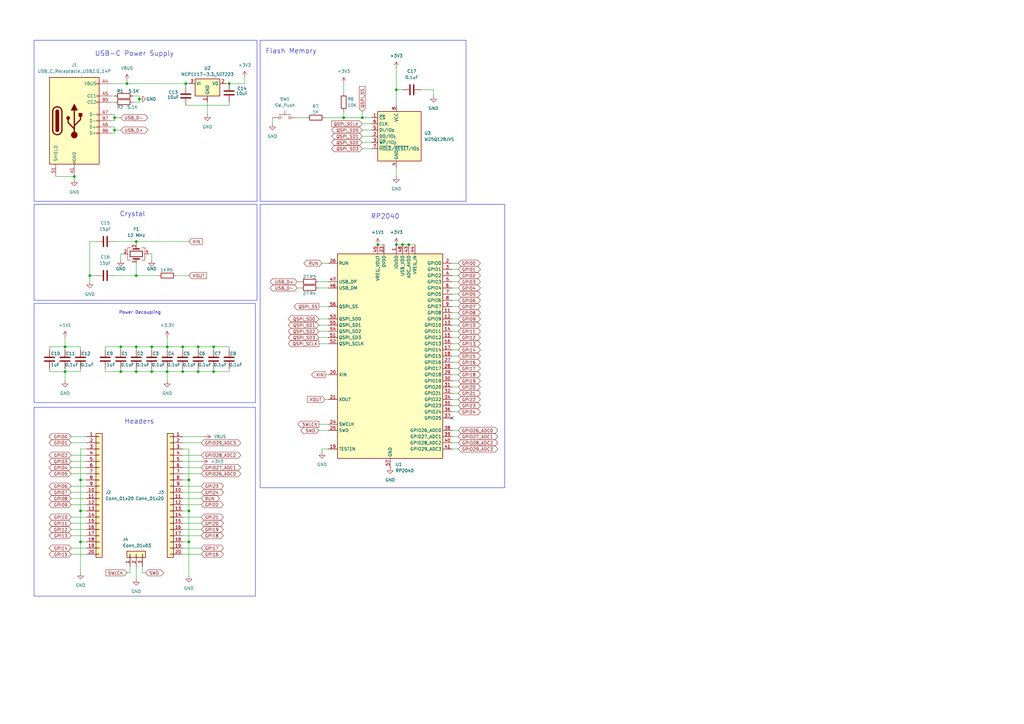
<source format=kicad_sch>
(kicad_sch (version 20250114) (generator "eeschema") (generator_version "9.0")
  (paper "A3")
  (lib_symbols
    (symbol "Connector:USB_C_Receptacle_USB2.0_14P" (pin_names (offset 1.016))
      (property "Reference" "J" (at 0 22.225 0))
      (property "Value" "USB_C_Receptacle_USB2.0_14P" (at 0 19.685 0))
      (symbol "USB_C_Receptacle_USB2.0_14P_1_1"
        (pin passive line (at -7.62 -22.86 90) (length 5.08) (name "SHIELD") (number "S1"))
        (pin passive line (at 0 -22.86 90) (length 5.08) (name "GND") (number "A1"))
        (pin passive line (at 0 -22.86 90) (length 5.08) (hide yes) (name "GND") (number "A12"))
        (pin passive line (at 0 -22.86 90) (length 5.08) (hide yes) (name "GND") (number "B1"))
        (pin passive line (at 0 -22.86 90) (length 5.08) (hide yes) (name "GND") (number "B12"))
        (pin passive line (at 15.24 15.24 180) (length 5.08) (name "VBUS") (number "A4"))
        (pin passive line (at 15.24 15.24 180) (length 5.08) (hide yes) (name "VBUS") (number "A9"))
        (pin passive line (at 15.24 15.24 180) (length 5.08) (hide yes) (name "VBUS") (number "B4"))
        (pin passive line (at 15.24 15.24 180) (length 5.08) (hide yes) (name "VBUS") (number "B9"))
        (pin bidirectional line (at 15.24 10.16 180) (length 5.08) (name "CC1") (number "A5"))
        (pin bidirectional line (at 15.24 7.62 180) (length 5.08) (name "CC2") (number "B5"))
        (pin bidirectional line (at 15.24 2.54 180) (length 5.08) (name "D-") (number "A7"))
        (pin bidirectional line (at 15.24 0 180) (length 5.08) (name "D-") (number "B7"))
        (pin bidirectional line (at 15.24 -2.54 180) (length 5.08) (name "D+") (number "A6"))
        (pin bidirectional line (at 15.24 -5.08 180) (length 5.08) (name "D+") (number "B6"))
      )
    )
    (symbol "Connector_Generic:Conn_01x03" (pin_names (offset 1.016) (hide yes))
      (property "Reference" "J" (at 0 5.08 0))
      (property "Value" "Conn_01x03" (at 0 -5.08 0))
      (symbol "Conn_01x03_1_1"
        (pin passive line (at -5.08 2.54 0) (length 3.81) (name "Pin_1") (number "1"))
        (pin passive line (at -5.08 0 0) (length 3.81) (name "Pin_2") (number "2"))
        (pin passive line (at -5.08 -2.54 0) (length 3.81) (name "Pin_3") (number "3"))
      )
    )
    (symbol "Connector_Generic:Conn_01x20" (pin_names (offset 1.016) (hide yes))
      (property "Reference" "J" (at 0 25.4 0))
      (property "Value" "Conn_01x20" (at 0 -27.94 0))
      (symbol "Conn_01x20_1_1"
        (pin passive line (at -5.08 22.86 0) (length 3.81) (name "Pin_1") (number "1"))
        (pin passive line (at -5.08 20.32 0) (length 3.81) (name "Pin_2") (number "2"))
        (pin passive line (at -5.08 17.78 0) (length 3.81) (name "Pin_3") (number "3"))
        (pin passive line (at -5.08 15.24 0) (length 3.81) (name "Pin_4") (number "4"))
        (pin passive line (at -5.08 12.7 0) (length 3.81) (name "Pin_5") (number "5"))
        (pin passive line (at -5.08 10.16 0) (length 3.81) (name "Pin_6") (number "6"))
        (pin passive line (at -5.08 7.62 0) (length 3.81) (name "Pin_7") (number "7"))
        (pin passive line (at -5.08 5.08 0) (length 3.81) (name "Pin_8") (number "8"))
        (pin passive line (at -5.08 2.54 0) (length 3.81) (name "Pin_9") (number "9"))
        (pin passive line (at -5.08 0 0) (length 3.81) (name "Pin_10") (number "10"))
        (pin passive line (at -5.08 -2.54 0) (length 3.81) (name "Pin_11") (number "11"))
        (pin passive line (at -5.08 -5.08 0) (length 3.81) (name "Pin_12") (number "12"))
        (pin passive line (at -5.08 -7.62 0) (length 3.81) (name "Pin_13") (number "13"))
        (pin passive line (at -5.08 -10.16 0) (length 3.81) (name "Pin_14") (number "14"))
        (pin passive line (at -5.08 -12.7 0) (length 3.81) (name "Pin_15") (number "15"))
        (pin passive line (at -5.08 -15.24 0) (length 3.81) (name "Pin_16") (number "16"))
        (pin passive line (at -5.08 -17.78 0) (length 3.81) (name "Pin_17") (number "17"))
        (pin passive line (at -5.08 -20.32 0) (length 3.81) (name "Pin_18") (number "18"))
        (pin passive line (at -5.08 -22.86 0) (length 3.81) (name "Pin_19") (number "19"))
        (pin passive line (at -5.08 -25.4 0) (length 3.81) (name "Pin_20") (number "20"))
      )
    )
    (symbol "Device:C" (pin_numbers (hide yes)) (pin_names (offset 0.254))
      (property "Reference" "C" (at 0.635 2.54 0))
      (property "Value" "C" (at 0.635 -2.54 0))
      (symbol "C_1_1"
        (pin passive line (at 0 3.81 270) (length 2.794) (name "~") (number "1"))
        (pin passive line (at 0 -3.81 90) (length 2.794) (name "~") (number "2"))
      )
    )
    (symbol "Device:Crystal_GND24" (pin_names (offset 1.016) (hide yes))
      (property "Reference" "Y" (at 3.175 5.08 0))
      (property "Value" "Crystal_GND24" (at 3.175 3.175 0))
      (symbol "Crystal_GND24_1_1"
        (pin passive line (at -3.81 0 0) (length 1.27) (name "1") (number "1"))
        (pin passive line (at 0 5.08 270) (length 1.27) (name "2") (number "2"))
        (pin passive line (at 0 -5.08 90) (length 1.27) (name "4") (number "4"))
        (pin passive line (at 3.81 0 180) (length 1.27) (name "3") (number "3"))
      )
    )
    (symbol "Device:R" (pin_numbers (hide yes)) (pin_names (offset 0))
      (property "Reference" "R" (at 2.032 0 90))
      (property "Value" "R" (at 0 0 90))
      (symbol "R_1_1"
        (pin passive line (at 0 3.81 270) (length 1.27) (name "~") (number "1"))
        (pin passive line (at 0 -3.81 90) (length 1.27) (name "~") (number "2"))
      )
    )
    (symbol "MCU_RaspberryPi:RP2040"
      (property "Reference" "U" (at 17.78 45.72 0))
      (property "Value" "RP2040" (at 17.78 43.18 0))
      (symbol "RP2040_1_1"
        (pin input line (at -25.4 38.1 0) (length 3.81) (name "RUN") (number "26"))
        (pin bidirectional line (at -25.4 30.48 0) (length 3.81) (name "USB_DP") (number "47"))
        (pin bidirectional line (at -25.4 27.94 0) (length 3.81) (name "USB_DM") (number "46"))
        (pin bidirectional line (at -25.4 20.32 0) (length 3.81) (name "QSPI_SS") (number "56"))
        (pin bidirectional line (at -25.4 15.24 0) (length 3.81) (name "QSPI_SD0") (number "53"))
        (pin bidirectional line (at -25.4 12.7 0) (length 3.81) (name "QSPI_SD1") (number "55"))
        (pin bidirectional line (at -25.4 10.16 0) (length 3.81) (name "QSPI_SD2") (number "54"))
        (pin bidirectional line (at -25.4 7.62 0) (length 3.81) (name "QSPI_SD3") (number "51"))
        (pin output line (at -25.4 5.08 0) (length 3.81) (name "QSPI_SCLK") (number "52"))
        (pin input line (at -25.4 -7.62 0) (length 3.81) (name "XIN") (number "20"))
        (pin passive line (at -25.4 -17.78 0) (length 3.81) (name "XOUT") (number "21"))
        (pin input line (at -25.4 -27.94 0) (length 3.81) (name "SWCLK") (number "24"))
        (pin bidirectional line (at -25.4 -30.48 0) (length 3.81) (name "SWD") (number "25"))
        (pin input line (at -25.4 -38.1 0) (length 3.81) (name "TESTEN") (number "19"))
        (pin power_out line (at -5.08 45.72 270) (length 3.81) (name "VREG_VOUT") (number "45"))
        (pin power_in line (at -2.54 45.72 270) (length 3.81) (name "DVDD") (number "23"))
        (pin passive line (at -2.54 45.72 270) (length 3.81) (hide yes) (name "DVDD") (number "50"))
        (pin power_in line (at 0 -45.72 90) (length 3.81) (name "GND") (number "57"))
        (pin power_in line (at 2.54 45.72 270) (length 3.81) (name "IOVDD") (number "1"))
        (pin passive line (at 2.54 45.72 270) (length 3.81) (hide yes) (name "IOVDD") (number "10"))
        (pin passive line (at 2.54 45.72 270) (length 3.81) (hide yes) (name "IOVDD") (number "22"))
        (pin passive line (at 2.54 45.72 270) (length 3.81) (hide yes) (name "IOVDD") (number "33"))
        (pin passive line (at 2.54 45.72 270) (length 3.81) (hide yes) (name "IOVDD") (number "42"))
        (pin passive line (at 2.54 45.72 270) (length 3.81) (hide yes) (name "IOVDD") (number "49"))
        (pin power_in line (at 5.08 45.72 270) (length 3.81) (name "USB_VDD") (number "48"))
        (pin power_in line (at 7.62 45.72 270) (length 3.81) (name "ADC_AVDD") (number "43"))
        (pin power_in line (at 10.16 45.72 270) (length 3.81) (name "VREG_IN") (number "44"))
        (pin bidirectional line (at 25.4 38.1 180) (length 3.81) (name "GPIO0") (number "2"))
        (pin bidirectional line (at 25.4 35.56 180) (length 3.81) (name "GPIO1") (number "3"))
        (pin bidirectional line (at 25.4 33.02 180) (length 3.81) (name "GPIO2") (number "4"))
        (pin bidirectional line (at 25.4 30.48 180) (length 3.81) (name "GPIO3") (number "5"))
        (pin bidirectional line (at 25.4 27.94 180) (length 3.81) (name "GPIO4") (number "6"))
        (pin bidirectional line (at 25.4 25.4 180) (length 3.81) (name "GPIO5") (number "7"))
        (pin bidirectional line (at 25.4 22.86 180) (length 3.81) (name "GPIO6") (number "8"))
        (pin bidirectional line (at 25.4 20.32 180) (length 3.81) (name "GPIO7") (number "9"))
        (pin bidirectional line (at 25.4 17.78 180) (length 3.81) (name "GPIO8") (number "11"))
        (pin bidirectional line (at 25.4 15.24 180) (length 3.81) (name "GPIO9") (number "12"))
        (pin bidirectional line (at 25.4 12.7 180) (length 3.81) (name "GPIO10") (number "13"))
        (pin bidirectional line (at 25.4 10.16 180) (length 3.81) (name "GPIO11") (number "14"))
        (pin bidirectional line (at 25.4 7.62 180) (length 3.81) (name "GPIO12") (number "15"))
        (pin bidirectional line (at 25.4 5.08 180) (length 3.81) (name "GPIO13") (number "16"))
        (pin bidirectional line (at 25.4 2.54 180) (length 3.81) (name "GPIO14") (number "17"))
        (pin bidirectional line (at 25.4 0 180) (length 3.81) (name "GPIO15") (number "18"))
        (pin bidirectional line (at 25.4 -2.54 180) (length 3.81) (name "GPIO16") (number "27"))
        (pin bidirectional line (at 25.4 -5.08 180) (length 3.81) (name "GPIO17") (number "28"))
        (pin bidirectional line (at 25.4 -7.62 180) (length 3.81) (name "GPIO18") (number "29"))
        (pin bidirectional line (at 25.4 -10.16 180) (length 3.81) (name "GPIO19") (number "30"))
        (pin bidirectional line (at 25.4 -12.7 180) (length 3.81) (name "GPIO20") (number "31"))
        (pin bidirectional line (at 25.4 -15.24 180) (length 3.81) (name "GPIO21") (number "32"))
        (pin bidirectional line (at 25.4 -17.78 180) (length 3.81) (name "GPIO22") (number "34"))
        (pin bidirectional line (at 25.4 -20.32 180) (length 3.81) (name "GPIO23") (number "35"))
        (pin bidirectional line (at 25.4 -22.86 180) (length 3.81) (name "GPIO24") (number "36"))
        (pin bidirectional line (at 25.4 -25.4 180) (length 3.81) (name "GPIO25") (number "37"))
        (pin bidirectional line (at 25.4 -30.48 180) (length 3.81) (name "GPIO26_ADC0") (number "38"))
        (pin bidirectional line (at 25.4 -33.02 180) (length 3.81) (name "GPIO27_ADC1") (number "39"))
        (pin bidirectional line (at 25.4 -35.56 180) (length 3.81) (name "GPIO28_ADC2") (number "40"))
        (pin bidirectional line (at 25.4 -38.1 180) (length 3.81) (name "GPIO29_ADC3") (number "41"))
      )
    )
    (symbol "Memory_Flash:W25Q128JVS"
      (property "Reference" "U" (at -6.35 11.43 0))
      (property "Value" "W25Q128JVS" (at 7.62 11.43 0))
      (symbol "W25Q128JVS_1_1"
        (pin input line (at -10.16 7.62 0) (length 2.54) (name "~{CS}") (number "1"))
        (pin input line (at -10.16 5.08 0) (length 2.54) (name "CLK") (number "6"))
        (pin bidirectional line (at -10.16 2.54 0) (length 2.54) (name "DI/IO_{0}") (number "5"))
        (pin bidirectional line (at -10.16 0 0) (length 2.54) (name "DO/IO_{1}") (number "2"))
        (pin bidirectional line (at -10.16 -2.54 0) (length 2.54) (name "~{WP}/IO_{2}") (number "3"))
        (pin bidirectional line (at -10.16 -5.08 0) (length 2.54) (name "~{HOLD}/~{RESET}/IO_{3}") (number "7"))
        (pin power_in line (at 0 12.7 270) (length 2.54) (name "VCC") (number "8"))
        (pin power_in line (at 0 -12.7 90) (length 2.54) (name "GND") (number "4"))
      )
    )
    (symbol "Regulator_Linear:NCP1117-3.3_SOT223"
      (property "Reference" "U" (at -3.81 3.175 0))
      (property "Value" "NCP1117-3.3_SOT223" (at 0 3.175 0))
      (symbol "NCP1117-3.3_SOT223_1_1"
        (pin power_in line (at -7.62 0 0) (length 2.54) (name "VI") (number "3"))
        (pin power_in line (at 0 -7.62 90) (length 2.54) (name "GND") (number "1"))
        (pin power_out line (at 7.62 0 180) (length 2.54) (name "VO") (number "2"))
      )
    )
    (symbol "Switch:SW_Push" (pin_numbers (hide yes)) (pin_names (offset 1.016) (hide yes))
      (property "Reference" "SW" (at 1.27 2.54 0))
      (property "Value" "SW_Push" (at 0 -1.524 0))
      (symbol "SW_Push_0_1"
        (pin passive line (at -5.08 0 0) (length 2.54) (name "1") (number "1"))
        (pin passive line (at 5.08 0 180) (length 2.54) (name "2") (number "2"))
      )
    )
    (symbol "power:+1V1" (power) (pin_numbers (hide yes)) (pin_names (offset 0) (hide yes))
      (property "Value" "+1V1" (at 0 3.556 0))
      (symbol "+1V1_1_1"
        (pin power_in line (at 0 0 90) (length 0) (name "~") (number "1"))
      )
    )
    (symbol "power:+3.3V" (power) (pin_numbers (hide yes)) (pin_names (offset 0) (hide yes))
      (property "Value" "+3.3V" (at 0 3.556 0))
      (symbol "+3.3V_1_1"
        (pin power_in line (at 0 0 90) (length 0) (name "~") (number "1"))
      )
    )
    (symbol "power:+3V3" (power) (pin_numbers (hide yes)) (pin_names (offset 0) (hide yes))
      (property "Value" "+3V3" (at 0 3.556 0))
      (symbol "+3V3_1_1"
        (pin power_in line (at 0 0 90) (length 0) (name "~") (number "1"))
      )
    )
    (symbol "power:GND" (power) (pin_numbers (hide yes)) (pin_names (offset 0) (hide yes))
      (property "Value" "GND" (at 0 -3.81 0))
      (symbol "GND_1_1"
        (pin power_in line (at 0 0 270) (length 0) (name "~") (number "1"))
      )
    )
    (symbol "power:VBUS" (power) (pin_numbers (hide yes)) (pin_names (offset 0) (hide yes))
      (property "Value" "VBUS" (at 0 3.556 0))
      (symbol "VBUS_1_1"
        (pin power_in line (at 0 0 90) (length 0) (name "~") (number "1"))
      )
    )
  )
  (rectangle (start 13.97 124.46) (end 104.775 165.1))
  (rectangle (start 13.97 167.005) (end 104.775 244.475))
  (rectangle (start 106.68 83.82) (end 207.01 200.025))
  (rectangle (start 13.97 83.82) (end 105.41 123.19))
  (rectangle (start 13.97 16.51) (end 105.41 82.55))
  (rectangle (start 106.68 16.51) (end 191.135 82.55))
  (text "Flash Memory" (at 119.38 21.082 0) (effects (font (size 2 2))))
  (text "RP2040" (at 157.988 88.9 0) (effects (font (size 2 2))))
  (text "USB-C Power Supply\n" (at 55.118 22.098 0) (effects (font (size 2 2))))
  (text "Headers" (at 57.15 172.974 0) (effects (font (size 2 2))))
  (text "Crystal" (at 54.356 87.884 0) (effects (font (size 2 2))))
  (text "Power Decoupling\n" (at 57.404 128.27 0) (effects (font (size 1.27 1.27))))
  (junction (at 57.15 40.64))
  (junction (at 55.88 99.06))
  (junction (at 55.88 142.24))
  (junction (at 162.56 36.83))
  (junction (at 46.99 53.34))
  (junction (at 55.88 113.03))
  (junction (at 68.58 142.24))
  (junction (at 49.53 142.24))
  (junction (at 87.63 152.4))
  (junction (at 77.47 222.25))
  (junction (at 33.02 222.25))
  (junction (at 76.2 34.29))
  (junction (at 81.28 142.24))
  (junction (at 46.99 48.26))
  (junction (at 81.28 152.4))
  (junction (at 165.1 100.33))
  (junction (at 93.98 34.29))
  (junction (at 26.67 152.4))
  (junction (at 162.56 100.33))
  (junction (at 74.93 142.24))
  (junction (at 33.02 196.85))
  (junction (at 148.59 48.26))
  (junction (at 62.23 142.24))
  (junction (at 33.02 209.55))
  (junction (at 77.47 209.55))
  (junction (at 154.94 100.33))
  (junction (at 167.64 100.33))
  (junction (at 52.07 34.29))
  (junction (at 26.67 142.24))
  (junction (at 62.23 152.4))
  (junction (at 36.83 113.03))
  (junction (at 77.47 196.85))
  (junction (at 68.58 152.4))
  (junction (at 140.97 48.26))
  (junction (at 30.48 72.39))
  (junction (at 87.63 142.24))
  (junction (at 55.88 152.4))
  (junction (at 49.53 152.4))
  (junction (at 74.93 152.4))
  (no_connect (at 185.42 171.45))
  (wire (pts (xy 121.92 118.11) (xy 123.19 118.11)))
  (wire (pts (xy 185.42 163.83) (xy 187.96 163.83)))
  (wire (pts (xy 26.67 152.4) (xy 26.67 156.21)))
  (wire (pts (xy 130.81 140.97) (xy 134.62 140.97)))
  (wire (pts (xy 185.42 115.57) (xy 187.96 115.57)))
  (wire (pts (xy 162.56 100.33) (xy 165.1 100.33)))
  (wire (pts (xy 77.47 196.85) (xy 77.47 209.55)))
  (wire (pts (xy 55.88 152.4) (xy 62.23 152.4)))
  (wire (pts (xy 52.07 234.95) (xy 53.34 234.95)))
  (wire (pts (xy 68.58 152.4) (xy 68.58 156.21)))
  (wire (pts (xy 185.42 176.53) (xy 187.96 176.53)))
  (wire (pts (xy 130.81 176.53) (xy 134.62 176.53)))
  (wire (pts (xy 85.09 41.91) (xy 85.09 46.99)))
  (wire (pts (xy 68.58 151.13) (xy 68.58 152.4)))
  (wire (pts (xy 26.67 138.43) (xy 26.67 142.24)))
  (wire (pts (xy 33.02 142.24) (xy 33.02 143.51)))
  (wire (pts (xy 81.28 151.13) (xy 81.28 152.4)))
  (wire (pts (xy 148.59 50.8) (xy 152.4 50.8)))
  (wire (pts (xy 29.21 189.23) (xy 35.56 189.23)))
  (wire (pts (xy 59.69 234.95) (xy 58.42 234.95)))
  (wire (pts (xy 185.42 161.29) (xy 187.96 161.29)))
  (wire (pts (xy 185.42 138.43) (xy 187.96 138.43)))
  (wire (pts (xy 49.53 152.4) (xy 55.88 152.4)))
  (wire (pts (xy 22.86 72.39) (xy 30.48 72.39)))
  (wire (pts (xy 154.94 100.33) (xy 157.48 100.33)))
  (wire (pts (xy 185.42 156.21) (xy 187.96 156.21)))
  (wire (pts (xy 74.93 142.24) (xy 74.93 143.51)))
  (wire (pts (xy 55.88 107.95) (xy 55.88 113.03)))
  (wire (pts (xy 52.07 34.29) (xy 76.2 34.29)))
  (wire (pts (xy 74.93 201.93) (xy 82.55 201.93)))
  (wire (pts (xy 93.98 41.91) (xy 93.98 43.18)))
  (wire (pts (xy 74.93 184.15) (xy 77.47 184.15)))
  (wire (pts (xy 33.02 151.13) (xy 33.02 152.4)))
  (wire (pts (xy 77.47 209.55) (xy 77.47 222.25)))
  (wire (pts (xy 29.21 186.69) (xy 35.56 186.69)))
  (wire (pts (xy 57.15 41.91) (xy 57.15 40.64)))
  (wire (pts (xy 148.59 48.26) (xy 140.97 48.26)))
  (wire (pts (xy 93.98 142.24) (xy 93.98 143.51)))
  (wire (pts (xy 148.59 48.26) (xy 152.4 48.26)))
  (wire (pts (xy 33.02 209.55) (xy 35.56 209.55)))
  (wire (pts (xy 35.56 184.15) (xy 33.02 184.15)))
  (wire (pts (xy 81.28 142.24) (xy 87.63 142.24)))
  (wire (pts (xy 50.8 104.14) (xy 49.53 104.14)))
  (wire (pts (xy 49.53 104.14) (xy 49.53 106.68)))
  (wire (pts (xy 162.56 36.83) (xy 165.1 36.83)))
  (wire (pts (xy 185.42 125.73) (xy 187.96 125.73)))
  (wire (pts (xy 81.28 152.4) (xy 87.63 152.4)))
  (wire (pts (xy 148.59 45.72) (xy 148.59 48.26)))
  (wire (pts (xy 162.56 36.83) (xy 162.56 43.18)))
  (wire (pts (xy 87.63 142.24) (xy 87.63 143.51)))
  (wire (pts (xy 26.67 142.24) (xy 26.67 143.51)))
  (wire (pts (xy 140.97 48.26) (xy 140.97 45.72)))
  (wire (pts (xy 74.93 152.4) (xy 81.28 152.4)))
  (wire (pts (xy 185.42 184.15) (xy 187.96 184.15)))
  (wire (pts (xy 185.42 158.75) (xy 187.96 158.75)))
  (wire (pts (xy 74.93 142.24) (xy 81.28 142.24)))
  (wire (pts (xy 148.59 55.88) (xy 152.4 55.88)))
  (wire (pts (xy 46.99 49.53) (xy 45.72 49.53)))
  (wire (pts (xy 92.71 34.29) (xy 93.98 34.29)))
  (wire (pts (xy 77.47 222.25) (xy 74.93 222.25)))
  (wire (pts (xy 55.88 142.24) (xy 55.88 143.51)))
  (wire (pts (xy 39.37 99.06) (xy 36.83 99.06)))
  (wire (pts (xy 140.97 34.29) (xy 140.97 38.1)))
  (wire (pts (xy 45.72 41.91) (xy 46.99 41.91)))
  (wire (pts (xy 62.23 104.14) (xy 62.23 106.68)))
  (wire (pts (xy 55.88 99.06) (xy 77.47 99.06)))
  (wire (pts (xy 74.93 191.77) (xy 82.55 191.77)))
  (wire (pts (xy 185.42 148.59) (xy 187.96 148.59)))
  (wire (pts (xy 111.76 48.26) (xy 111.76 50.8)))
  (wire (pts (xy 68.58 138.43) (xy 68.58 142.24)))
  (wire (pts (xy 46.99 99.06) (xy 55.88 99.06)))
  (wire (pts (xy 68.58 152.4) (xy 74.93 152.4)))
  (wire (pts (xy 62.23 142.24) (xy 62.23 143.51)))
  (wire (pts (xy 55.88 100.33) (xy 55.88 99.06)))
  (wire (pts (xy 20.32 152.4) (xy 26.67 152.4)))
  (wire (pts (xy 45.72 46.99) (xy 46.99 46.99)))
  (wire (pts (xy 74.93 219.71) (xy 82.55 219.71)))
  (wire (pts (xy 185.42 123.19) (xy 187.96 123.19)))
  (wire (pts (xy 185.42 135.89) (xy 187.96 135.89)))
  (wire (pts (xy 43.18 142.24) (xy 43.18 143.51)))
  (wire (pts (xy 74.93 227.33) (xy 82.55 227.33)))
  (wire (pts (xy 46.99 53.34) (xy 46.99 54.61)))
  (wire (pts (xy 87.63 142.24) (xy 93.98 142.24)))
  (wire (pts (xy 185.42 130.81) (xy 187.96 130.81)))
  (wire (pts (xy 185.42 118.11) (xy 187.96 118.11)))
  (wire (pts (xy 133.35 153.67) (xy 134.62 153.67)))
  (wire (pts (xy 36.83 113.03) (xy 36.83 115.57)))
  (wire (pts (xy 76.2 34.29) (xy 77.47 34.29)))
  (wire (pts (xy 74.93 199.39) (xy 82.55 199.39)))
  (wire (pts (xy 55.88 142.24) (xy 62.23 142.24)))
  (wire (pts (xy 76.2 43.18) (xy 93.98 43.18)))
  (wire (pts (xy 185.42 128.27) (xy 187.96 128.27)))
  (wire (pts (xy 74.93 179.07) (xy 83.82 179.07)))
  (wire (pts (xy 49.53 142.24) (xy 49.53 143.51)))
  (wire (pts (xy 185.42 151.13) (xy 187.96 151.13)))
  (wire (pts (xy 185.42 143.51) (xy 187.96 143.51)))
  (wire (pts (xy 29.21 181.61) (xy 35.56 181.61)))
  (wire (pts (xy 133.35 163.83) (xy 134.62 163.83)))
  (wire (pts (xy 148.59 60.96) (xy 152.4 60.96)))
  (wire (pts (xy 29.21 204.47) (xy 35.56 204.47)))
  (wire (pts (xy 53.34 234.95) (xy 53.34 232.41)))
  (wire (pts (xy 162.56 27.94) (xy 162.56 36.83)))
  (wire (pts (xy 26.67 152.4) (xy 33.02 152.4)))
  (wire (pts (xy 49.53 142.24) (xy 55.88 142.24)))
  (wire (pts (xy 46.99 52.07) (xy 46.99 53.34)))
  (wire (pts (xy 43.18 152.4) (xy 49.53 152.4)))
  (wire (pts (xy 29.21 217.17) (xy 35.56 217.17)))
  (wire (pts (xy 26.67 151.13) (xy 26.67 152.4)))
  (wire (pts (xy 54.61 39.37) (xy 57.15 39.37)))
  (wire (pts (xy 172.72 36.83) (xy 177.8 36.83)))
  (wire (pts (xy 77.47 236.22) (xy 77.47 222.25)))
  (wire (pts (xy 33.02 196.85) (xy 35.56 196.85)))
  (wire (pts (xy 100.33 34.29) (xy 100.33 31.75)))
  (wire (pts (xy 77.47 184.15) (xy 77.47 196.85)))
  (wire (pts (xy 29.21 214.63) (xy 35.56 214.63)))
  (wire (pts (xy 36.83 99.06) (xy 36.83 113.03)))
  (wire (pts (xy 46.99 113.03) (xy 55.88 113.03)))
  (wire (pts (xy 185.42 181.61) (xy 187.96 181.61)))
  (wire (pts (xy 74.93 151.13) (xy 74.93 152.4)))
  (wire (pts (xy 74.93 204.47) (xy 82.55 204.47)))
  (wire (pts (xy 62.23 151.13) (xy 62.23 152.4)))
  (wire (pts (xy 133.35 48.26) (xy 140.97 48.26)))
  (wire (pts (xy 148.59 58.42) (xy 152.4 58.42)))
  (wire (pts (xy 20.32 152.4) (xy 20.32 151.13)))
  (wire (pts (xy 43.18 151.13) (xy 43.18 152.4)))
  (wire (pts (xy 81.28 142.24) (xy 81.28 143.51)))
  (wire (pts (xy 72.39 113.03) (xy 77.47 113.03)))
  (wire (pts (xy 45.72 52.07) (xy 46.99 52.07)))
  (wire (pts (xy 29.21 191.77) (xy 35.56 191.77)))
  (wire (pts (xy 20.32 143.51) (xy 20.32 142.24)))
  (wire (pts (xy 74.93 212.09) (xy 82.55 212.09)))
  (wire (pts (xy 121.92 48.26) (xy 125.73 48.26)))
  (wire (pts (xy 43.18 142.24) (xy 49.53 142.24)))
  (wire (pts (xy 130.81 125.73) (xy 134.62 125.73)))
  (wire (pts (xy 29.21 179.07) (xy 35.56 179.07)))
  (wire (pts (xy 45.72 34.29) (xy 52.07 34.29)))
  (wire (pts (xy 46.99 53.34) (xy 49.53 53.34)))
  (wire (pts (xy 185.42 113.03) (xy 187.96 113.03)))
  (wire (pts (xy 167.64 100.33) (xy 170.18 100.33)))
  (wire (pts (xy 74.93 214.63) (xy 82.55 214.63)))
  (wire (pts (xy 130.81 173.99) (xy 134.62 173.99)))
  (wire (pts (xy 68.58 142.24) (xy 74.93 142.24)))
  (wire (pts (xy 185.42 140.97) (xy 187.96 140.97)))
  (wire (pts (xy 74.93 194.31) (xy 82.55 194.31)))
  (wire (pts (xy 130.81 133.35) (xy 134.62 133.35)))
  (wire (pts (xy 55.88 113.03) (xy 64.77 113.03)))
  (wire (pts (xy 185.42 168.91) (xy 187.96 168.91)))
  (wire (pts (xy 55.88 232.41) (xy 55.88 237.49)))
  (wire (pts (xy 148.59 53.34) (xy 152.4 53.34)))
  (wire (pts (xy 29.21 224.79) (xy 35.56 224.79)))
  (wire (pts (xy 74.93 224.79) (xy 82.55 224.79)))
  (wire (pts (xy 130.81 118.11) (xy 134.62 118.11)))
  (wire (pts (xy 62.23 152.4) (xy 68.58 152.4)))
  (wire (pts (xy 177.8 36.83) (xy 177.8 39.37)))
  (wire (pts (xy 74.93 186.69) (xy 82.55 186.69)))
  (wire (pts (xy 165.1 100.33) (xy 167.64 100.33)))
  (wire (pts (xy 74.93 217.17) (xy 82.55 217.17)))
  (wire (pts (xy 33.02 209.55) (xy 33.02 222.25)))
  (wire (pts (xy 36.83 113.03) (xy 39.37 113.03)))
  (wire (pts (xy 87.63 151.13) (xy 87.63 152.4)))
  (wire (pts (xy 45.72 39.37) (xy 46.99 39.37)))
  (wire (pts (xy 26.67 142.24) (xy 33.02 142.24)))
  (wire (pts (xy 130.81 138.43) (xy 134.62 138.43)))
  (wire (pts (xy 130.81 130.81) (xy 134.62 130.81)))
  (wire (pts (xy 132.08 184.15) (xy 132.08 185.42)))
  (wire (pts (xy 29.21 199.39) (xy 35.56 199.39)))
  (wire (pts (xy 74.93 189.23) (xy 82.55 189.23)))
  (wire (pts (xy 29.21 227.33) (xy 35.56 227.33)))
  (wire (pts (xy 29.21 212.09) (xy 35.56 212.09)))
  (wire (pts (xy 33.02 196.85) (xy 33.02 209.55)))
  (wire (pts (xy 130.81 115.57) (xy 134.62 115.57)))
  (wire (pts (xy 185.42 110.49) (xy 187.96 110.49)))
  (wire (pts (xy 46.99 54.61) (xy 45.72 54.61)))
  (wire (pts (xy 121.92 115.57) (xy 123.19 115.57)))
  (wire (pts (xy 93.98 34.29) (xy 100.33 34.29)))
  (wire (pts (xy 49.53 151.13) (xy 49.53 152.4)))
  (wire (pts (xy 185.42 153.67) (xy 187.96 153.67)))
  (wire (pts (xy 62.23 142.24) (xy 68.58 142.24)))
  (wire (pts (xy 93.98 151.13) (xy 93.98 152.4)))
  (wire (pts (xy 185.42 146.05) (xy 187.96 146.05)))
  (wire (pts (xy 134.62 184.15) (xy 132.08 184.15)))
  (wire (pts (xy 74.93 181.61) (xy 82.55 181.61)))
  (wire (pts (xy 74.93 209.55) (xy 77.47 209.55)))
  (wire (pts (xy 76.2 34.29) (xy 76.2 35.56)))
  (wire (pts (xy 46.99 48.26) (xy 49.53 48.26)))
  (wire (pts (xy 185.42 133.35) (xy 187.96 133.35)))
  (wire (pts (xy 52.07 33.02) (xy 52.07 34.29)))
  (wire (pts (xy 33.02 184.15) (xy 33.02 196.85)))
  (wire (pts (xy 46.99 46.99) (xy 46.99 48.26)))
  (wire (pts (xy 54.61 41.91) (xy 57.15 41.91)))
  (wire (pts (xy 185.42 120.65) (xy 187.96 120.65)))
  (wire (pts (xy 68.58 142.24) (xy 68.58 143.51)))
  (wire (pts (xy 130.81 135.89) (xy 134.62 135.89)))
  (wire (pts (xy 87.63 152.4) (xy 93.98 152.4)))
  (wire (pts (xy 185.42 179.07) (xy 187.96 179.07)))
  (wire (pts (xy 58.42 234.95) (xy 58.42 232.41)))
  (wire (pts (xy 46.99 48.26) (xy 46.99 49.53)))
  (wire (pts (xy 185.42 166.37) (xy 187.96 166.37)))
  (wire (pts (xy 57.15 40.64) (xy 57.15 39.37)))
  (wire (pts (xy 29.21 194.31) (xy 35.56 194.31)))
  (wire (pts (xy 33.02 222.25) (xy 33.02 234.95)))
  (wire (pts (xy 74.93 196.85) (xy 77.47 196.85)))
  (wire (pts (xy 33.02 222.25) (xy 35.56 222.25)))
  (wire (pts (xy 29.21 207.01) (xy 35.56 207.01)))
  (wire (pts (xy 162.56 68.58) (xy 162.56 72.39)))
  (wire (pts (xy 29.21 201.93) (xy 35.56 201.93)))
  (wire (pts (xy 74.93 207.01) (xy 82.55 207.01)))
  (wire (pts (xy 20.32 142.24) (xy 26.67 142.24)))
  (wire (pts (xy 185.42 107.95) (xy 187.96 107.95)))
  (wire (pts (xy 30.48 72.39) (xy 30.48 73.66)))
  (wire (pts (xy 132.08 107.95) (xy 134.62 107.95)))
  (wire (pts (xy 29.21 219.71) (xy 35.56 219.71)))
  (wire (pts (xy 55.88 151.13) (xy 55.88 152.4)))
  (wire (pts (xy 60.96 104.14) (xy 62.23 104.14)))
  (global_label "GPIO27_ADC1" (shape bidirectional) (at 187.96 179.07 0) (property "Intersheetrefs" "${INTERSHEET_REFS}" (effects (hide yes))))
  (global_label "QSPI_SD2" (shape bidirectional) (at 130.81 135.89 180) (property "Intersheetrefs" "${INTERSHEET_REFS}" (effects (hide yes))))
  (global_label "RUN" (shape bidirectional) (at 132.08 107.95 180) (property "Intersheetrefs" "${INTERSHEET_REFS}" (effects (hide yes))))
  (global_label "GPI17" (shape bidirectional) (at 82.55 224.79 0) (property "Intersheetrefs" "${INTERSHEET_REFS}" (effects (hide yes))))
  (global_label "GPI02" (shape bidirectional) (at 187.96 113.03 0) (property "Intersheetrefs" "${INTERSHEET_REFS}" (effects (hide yes))))
  (global_label "GPI16" (shape bidirectional) (at 187.96 148.59 0) (property "Intersheetrefs" "${INTERSHEET_REFS}" (effects (hide yes))))
  (global_label "GPI22" (shape bidirectional) (at 82.55 207.01 0) (property "Intersheetrefs" "${INTERSHEET_REFS}" (effects (hide yes))))
  (global_label "GPI10" (shape bidirectional) (at 29.21 212.09 180) (property "Intersheetrefs" "${INTERSHEET_REFS}" (effects (hide yes))))
  (global_label "GPI05" (shape bidirectional) (at 187.96 120.65 0) (property "Intersheetrefs" "${INTERSHEET_REFS}" (effects (hide yes))))
  (global_label "GPI21" (shape bidirectional) (at 82.55 212.09 0) (property "Intersheetrefs" "${INTERSHEET_REFS}" (effects (hide yes))))
  (global_label "GPI13" (shape bidirectional) (at 29.21 219.71 180) (property "Intersheetrefs" "${INTERSHEET_REFS}" (effects (hide yes))))
  (global_label "GPI24" (shape bidirectional) (at 82.55 201.93 0) (property "Intersheetrefs" "${INTERSHEET_REFS}" (effects (hide yes))))
  (global_label "USB_D-" (shape bidirectional) (at 49.53 48.26 0) (property "Intersheetrefs" "${INTERSHEET_REFS}" (effects (hide yes))))
  (global_label "GPI19" (shape bidirectional) (at 82.55 217.17 0) (property "Intersheetrefs" "${INTERSHEET_REFS}" (effects (hide yes))))
  (global_label "GPI23" (shape bidirectional) (at 82.55 199.39 0) (property "Intersheetrefs" "${INTERSHEET_REFS}" (effects (hide yes))))
  (global_label "GPI21" (shape bidirectional) (at 187.96 161.29 0) (property "Intersheetrefs" "${INTERSHEET_REFS}" (effects (hide yes))))
  (global_label "QSPI_SS" (shape output) (at 130.81 125.73 180) (property "Intersheetrefs" "${INTERSHEET_REFS}" (effects (hide yes))))
  (global_label "GPI04" (shape bidirectional) (at 29.21 191.77 180) (property "Intersheetrefs" "${INTERSHEET_REFS}" (effects (hide yes))))
  (global_label "GPI08" (shape bidirectional) (at 187.96 128.27 0) (property "Intersheetrefs" "${INTERSHEET_REFS}" (effects (hide yes))))
  (global_label "SWLCK" (shape output) (at 130.81 173.99 180) (property "Intersheetrefs" "${INTERSHEET_REFS}" (effects (hide yes))))
  (global_label "GPI17" (shape bidirectional) (at 187.96 151.13 0) (property "Intersheetrefs" "${INTERSHEET_REFS}" (effects (hide yes))))
  (global_label "XOUT" (shape input) (at 77.47 113.03 0) (property "Intersheetrefs" "${INTERSHEET_REFS}" (effects (hide yes))))
  (global_label "SWD" (shape bidirectional) (at 130.81 176.53 180) (property "Intersheetrefs" "${INTERSHEET_REFS}" (effects (hide yes))))
  (global_label "XOUT" (shape input) (at 133.35 163.83 180) (property "Intersheetrefs" "${INTERSHEET_REFS}" (effects (hide yes))))
  (global_label "GPI15" (shape bidirectional) (at 29.21 227.33 180) (property "Intersheetrefs" "${INTERSHEET_REFS}" (effects (hide yes))))
  (global_label "QSPI_SD0" (shape bidirectional) (at 148.59 53.34 180) (property "Intersheetrefs" "${INTERSHEET_REFS}" (effects (hide yes))))
  (global_label "QSPI_SD0" (shape bidirectional) (at 130.81 130.81 180) (property "Intersheetrefs" "${INTERSHEET_REFS}" (effects (hide yes))))
  (global_label "GPI01" (shape bidirectional) (at 29.21 181.61 180) (property "Intersheetrefs" "${INTERSHEET_REFS}" (effects (hide yes))))
  (global_label "QSPI_SCLK" (shape input) (at 148.59 50.8 180) (property "Intersheetrefs" "${INTERSHEET_REFS}" (effects (hide yes))))
  (global_label "GPI05" (shape bidirectional) (at 29.21 194.31 180) (property "Intersheetrefs" "${INTERSHEET_REFS}" (effects (hide yes))))
  (global_label "QSPI_SD3" (shape bidirectional) (at 130.81 138.43 180) (property "Intersheetrefs" "${INTERSHEET_REFS}" (effects (hide yes))))
  (global_label "SWD" (shape bidirectional) (at 59.69 234.95 0) (property "Intersheetrefs" "${INTERSHEET_REFS}" (effects (hide yes))))
  (global_label "RUN" (shape bidirectional) (at 82.55 204.47 0) (property "Intersheetrefs" "${INTERSHEET_REFS}" (effects (hide yes))))
  (global_label "QSPI_SCLK" (shape output) (at 130.81 140.97 180) (property "Intersheetrefs" "${INTERSHEET_REFS}" (effects (hide yes))))
  (global_label "USB_D+" (shape bidirectional) (at 121.92 115.57 180) (property "Intersheetrefs" "${INTERSHEET_REFS}" (effects (hide yes))))
  (global_label "GPI23" (shape bidirectional) (at 187.96 166.37 0) (property "Intersheetrefs" "${INTERSHEET_REFS}" (effects (hide yes))))
  (global_label "GPI15" (shape bidirectional) (at 187.96 146.05 0) (property "Intersheetrefs" "${INTERSHEET_REFS}" (effects (hide yes))))
  (global_label "GPI14" (shape bidirectional) (at 29.21 224.79 180) (property "Intersheetrefs" "${INTERSHEET_REFS}" (effects (hide yes))))
  (global_label "GPI18" (shape bidirectional) (at 82.55 219.71 0) (property "Intersheetrefs" "${INTERSHEET_REFS}" (effects (hide yes))))
  (global_label "GPI03" (shape bidirectional) (at 29.21 189.23 180) (property "Intersheetrefs" "${INTERSHEET_REFS}" (effects (hide yes))))
  (global_label "GPI01" (shape bidirectional) (at 187.96 110.49 0) (property "Intersheetrefs" "${INTERSHEET_REFS}" (effects (hide yes))))
  (global_label "GPI03" (shape bidirectional) (at 187.96 115.57 0) (property "Intersheetrefs" "${INTERSHEET_REFS}" (effects (hide yes))))
  (global_label "GPI16" (shape bidirectional) (at 82.55 227.33 0) (property "Intersheetrefs" "${INTERSHEET_REFS}" (effects (hide yes))))
  (global_label "GPI06" (shape bidirectional) (at 29.21 199.39 180) (property "Intersheetrefs" "${INTERSHEET_REFS}" (effects (hide yes))))
  (global_label "GPI24" (shape bidirectional) (at 187.96 168.91 0) (property "Intersheetrefs" "${INTERSHEET_REFS}" (effects (hide yes))))
  (global_label "GPIO27_ADC1" (shape bidirectional) (at 82.55 191.77 0) (property "Intersheetrefs" "${INTERSHEET_REFS}" (effects (hide yes))))
  (global_label "GPI22" (shape bidirectional) (at 187.96 163.83 0) (property "Intersheetrefs" "${INTERSHEET_REFS}" (effects (hide yes))))
  (global_label "GPI09" (shape bidirectional) (at 29.21 207.01 180) (property "Intersheetrefs" "${INTERSHEET_REFS}" (effects (hide yes))))
  (global_label "QSPI_SS" (shape input) (at 148.59 45.72 90) (property "Intersheetrefs" "${INTERSHEET_REFS}" (effects (hide yes))))
  (global_label "GPI19" (shape bidirectional) (at 187.96 156.21 0) (property "Intersheetrefs" "${INTERSHEET_REFS}" (effects (hide yes))))
  (global_label "GPI20" (shape bidirectional) (at 82.55 214.63 0) (property "Intersheetrefs" "${INTERSHEET_REFS}" (effects (hide yes))))
  (global_label "GPIO28_ADC2" (shape bidirectional) (at 187.96 181.61 0) (property "Intersheetrefs" "${INTERSHEET_REFS}" (effects (hide yes))))
  (global_label "GPIO28_ADC2" (shape bidirectional) (at 82.55 186.69 0) (property "Intersheetrefs" "${INTERSHEET_REFS}" (effects (hide yes))))
  (global_label "GPI11" (shape bidirectional) (at 187.96 135.89 0) (property "Intersheetrefs" "${INTERSHEET_REFS}" (effects (hide yes))))
  (global_label "USB_D+" (shape bidirectional) (at 49.53 53.34 0) (property "Intersheetrefs" "${INTERSHEET_REFS}" (effects (hide yes))))
  (global_label "GPI18" (shape bidirectional) (at 187.96 153.67 0) (property "Intersheetrefs" "${INTERSHEET_REFS}" (effects (hide yes))))
  (global_label "XIN" (shape input) (at 77.47 99.06 0) (property "Intersheetrefs" "${INTERSHEET_REFS}" (effects (hide yes))))
  (global_label "GPI02" (shape bidirectional) (at 29.21 186.69 180) (property "Intersheetrefs" "${INTERSHEET_REFS}" (effects (hide yes))))
  (global_label "USB_D-" (shape bidirectional) (at 121.92 118.11 180) (property "Intersheetrefs" "${INTERSHEET_REFS}" (effects (hide yes))))
  (global_label "GPI10" (shape bidirectional) (at 187.96 133.35 0) (property "Intersheetrefs" "${INTERSHEET_REFS}" (effects (hide yes))))
  (global_label "QSPI_SD1" (shape bidirectional) (at 148.59 55.88 180) (property "Intersheetrefs" "${INTERSHEET_REFS}" (effects (hide yes))))
  (global_label "GPI00" (shape bidirectional) (at 29.21 179.07 180) (property "Intersheetrefs" "${INTERSHEET_REFS}" (effects (hide yes))))
  (global_label "QSPI_SD1" (shape bidirectional) (at 130.81 133.35 180) (property "Intersheetrefs" "${INTERSHEET_REFS}" (effects (hide yes))))
  (global_label "GPI08" (shape bidirectional) (at 29.21 204.47 180) (property "Intersheetrefs" "${INTERSHEET_REFS}" (effects (hide yes))))
  (global_label "XIN" (shape output) (at 133.35 153.67 180) (property "Intersheetrefs" "${INTERSHEET_REFS}" (effects (hide yes))))
  (global_label "GPI09" (shape bidirectional) (at 187.96 130.81 0) (property "Intersheetrefs" "${INTERSHEET_REFS}" (effects (hide yes))))
  (global_label "GPI20" (shape bidirectional) (at 187.96 158.75 0) (property "Intersheetrefs" "${INTERSHEET_REFS}" (effects (hide yes))))
  (global_label "GPIO26_ADC0" (shape bidirectional) (at 187.96 176.53 0) (property "Intersheetrefs" "${INTERSHEET_REFS}" (effects (hide yes))))
  (global_label "GPI06" (shape bidirectional) (at 187.96 123.19 0) (property "Intersheetrefs" "${INTERSHEET_REFS}" (effects (hide yes))))
  (global_label "GPI11" (shape bidirectional) (at 29.21 214.63 180) (property "Intersheetrefs" "${INTERSHEET_REFS}" (effects (hide yes))))
  (global_label "GPI00" (shape bidirectional) (at 187.96 107.95 0) (property "Intersheetrefs" "${INTERSHEET_REFS}" (effects (hide yes))))
  (global_label "GPI12" (shape bidirectional) (at 29.21 217.17 180) (property "Intersheetrefs" "${INTERSHEET_REFS}" (effects (hide yes))))
  (global_label "GPI04" (shape bidirectional) (at 187.96 118.11 0) (property "Intersheetrefs" "${INTERSHEET_REFS}" (effects (hide yes))))
  (global_label "GPIO26_ADC0" (shape bidirectional) (at 82.55 194.31 0) (property "Intersheetrefs" "${INTERSHEET_REFS}" (effects (hide yes))))
  (global_label "QSPI_SD3" (shape bidirectional) (at 148.59 60.96 180) (property "Intersheetrefs" "${INTERSHEET_REFS}" (effects (hide yes))))
  (global_label "GPI13" (shape bidirectional) (at 187.96 140.97 0) (property "Intersheetrefs" "${INTERSHEET_REFS}" (effects (hide yes))))
  (global_label "GPI07" (shape bidirectional) (at 187.96 125.73 0) (property "Intersheetrefs" "${INTERSHEET_REFS}" (effects (hide yes))))
  (global_label "SWLCK" (shape input) (at 52.07 234.95 180) (property "Intersheetrefs" "${INTERSHEET_REFS}" (effects (hide yes))))
  (global_label "GPIO29_ADC3" (shape bidirectional) (at 187.96 184.15 0) (property "Intersheetrefs" "${INTERSHEET_REFS}" (effects (hide yes))))
  (global_label "GPI07" (shape bidirectional) (at 29.21 201.93 180) (property "Intersheetrefs" "${INTERSHEET_REFS}" (effects (hide yes))))
  (global_label "GPI12" (shape bidirectional) (at 187.96 138.43 0) (property "Intersheetrefs" "${INTERSHEET_REFS}" (effects (hide yes))))
  (global_label "QSPI_SD2" (shape bidirectional) (at 148.59 58.42 180) (property "Intersheetrefs" "${INTERSHEET_REFS}" (effects (hide yes))))
  (global_label "GPIO29_ADC3" (shape bidirectional) (at 82.55 181.61 0) (property "Intersheetrefs" "${INTERSHEET_REFS}" (effects (hide yes))))
  (global_label "GPI14" (shape bidirectional) (at 187.96 143.51 0) (property "Intersheetrefs" "${INTERSHEET_REFS}" (effects (hide yes))))
  (symbol (lib_id "power:+3V3") (at 82.55 189.23 270) (unit 1)
    (property "Reference" "#PWR023" (effects (hide yes)))
    (property "Value" "+3V3" (at 86.36 189.2299 90) (effects (justify left)))
    (property "Description" "Power symbol creates a global label with name \"+3V3\"" (effects (hide yes)))
  )
  (symbol (lib_id "power:GND") (at 177.8 39.37 0) (unit 1)
    (property "Reference" "#PWR016" (effects (hide yes)))
    (property "Value" "GND" (at 177.8 44.45 0))
    (property "Description" "Power symbol creates a global label with name \"GND\" , ground" (effects (hide yes)))
  )
  (symbol (lib_id "Device:C") (at 74.93 147.32 0) (unit 1)
    (property "Reference" "C5" (at 75.184 145.034 0) (effects (justify left)))
    (property "Value" "0.1uF" (at 74.93 149.606 0) (effects (justify left)))
    (property "Description" "Unpolarized capacitor" (effects (hide yes)))
  )
  (symbol (lib_id "power:+1V1") (at 154.94 100.33 0) (unit 1)
    (property "Reference" "#PWR01" (effects (hide yes)))
    (property "Value" "+1V1" (at 154.94 95.25 0))
    (property "Description" "Power symbol creates a global label with name \"+1V1\"" (effects (hide yes)))
  )
  (symbol (lib_id "Regulator_Linear:NCP1117-3.3_SOT223") (at 85.09 34.29 0) (unit 1)
    (property "Reference" "U2" (at 85.09 27.94 0))
    (property "Value" "NCP1117-3.3_SOT223" (at 85.09 30.48 0))
    (property "Footprint" "Package_TO_SOT_SMD:SOT-223-3_TabPin2" (effects (hide yes)))
    (property "Datasheet" "http://www.onsemi.com/pub_link/Collateral/NCP1117-D.PDF" (effects (hide yes)))
    (property "Description" "1A Low drop-out regulator, Fixed Output 3.3V, SOT-223" (effects (hide yes)))
  )
  (symbol (lib_id "Connector_Generic:Conn_01x03") (at 55.88 227.33 90) (unit 1)
    (property "Reference" "J4" (at 50.292 221.234 90) (effects (justify right)))
    (property "Value" "Conn_01x03" (at 50.292 223.774 90) (effects (justify right)))
    (property "Description" "Generic connector, single row, 01x03, script generated (kicad-library-utils/schlib/autogen/connector/)" (effects (hide yes)))
  )
  (symbol (lib_id "power:GND") (at 55.88 237.49 0) (unit 1)
    (property "Reference" "#PWR025" (effects (hide yes)))
    (property "Value" "GND" (at 55.88 242.57 0))
    (property "Description" "Power symbol creates a global label with name \"GND\" , ground" (effects (hide yes)))
  )
  (symbol (lib_id "Device:R") (at 127 118.11 90) (unit 1)
    (property "Reference" "R4" (at 128.27 120.396 90))
    (property "Value" "27" (at 125.476 120.396 90))
    (property "Description" "Resistor" (effects (hide yes)))
  )
  (symbol (lib_id "Device:C") (at 93.98 147.32 0) (unit 1)
    (property "Reference" "C8" (at 94.234 145.034 0) (effects (justify left)))
    (property "Value" "0.1uF" (at 93.98 149.606 0) (effects (justify left)))
    (property "Description" "Unpolarized capacitor" (effects (hide yes)))
  )
  (symbol (lib_id "power:GND") (at 111.76 50.8 0) (unit 1)
    (property "Reference" "#PWR019" (effects (hide yes)))
    (property "Value" "GND" (at 111.76 55.88 0))
    (property "Description" "Power symbol creates a global label with name \"GND\" , ground" (effects (hide yes)))
  )
  (symbol (lib_id "Connector:USB_C_Receptacle_USB2.0_14P") (at 30.48 49.53 0) (unit 1)
    (property "Reference" "J1" (at 30.48 26.67 0))
    (property "Value" "USB_C_Receptacle_USB2.0_14P" (at 30.48 29.21 0))
    (property "Datasheet" "https://www.usb.org/sites/default/files/documents/usb_type-c.zip" (effects (hide yes)))
    (property "Description" "USB 2.0-only 14P Type-C Receptacle connector" (effects (hide yes)))
  )
  (symbol (lib_id "Device:R") (at 127 115.57 90) (unit 1)
    (property "Reference" "R3" (at 128.27 113.538 90))
    (property "Value" "27" (at 125.476 113.538 90))
    (property "Description" "Resistor" (effects (hide yes)))
  )
  (symbol (lib_id "Device:Crystal_GND24") (at 55.88 104.14 90) (unit 1)
    (property "Reference" "Y1" (at 55.88 93.98 90))
    (property "Value" "12 MHz" (at 55.88 96.52 90))
    (property "Description" "Four pin crystal, GND on pins 2 and 4" (effects (hide yes)))
  )
  (symbol (lib_id "power:GND") (at 85.09 46.99 0) (unit 1)
    (property "Reference" "#PWR010" (effects (hide yes)))
    (property "Value" "GND" (at 85.09 52.07 0))
    (property "Description" "Power symbol creates a global label with name \"GND\" , ground" (effects (hide yes)))
  )
  (symbol (lib_id "Memory_Flash:W25Q128JVS") (at 162.56 55.88 0) (unit 1)
    (property "Reference" "U3" (at 173.99 54.6099 0) (effects (justify left)))
    (property "Value" "W25Q128JVS" (at 173.99 57.1499 0) (effects (justify left)))
    (property "Footprint" "Package_SO:SOIC-8_5.3x5.3mm_P1.27mm" (effects (hide yes)))
    (property "Datasheet" "https://www.winbond.com/resource-files/w25q128jv_dtr%20revc%2003272018%20plus.pdf" (effects (hide yes)))
    (property "Description" "128Mbit / 16MiB Serial Flash Memory, Standard/Dual/Quad SPI, 2.7-3.6V, SOIC-8" (effects (hide yes)))
  )
  (symbol (lib_id "Device:C") (at 76.2 39.37 0) (unit 1)
    (property "Reference" "C13" (at 69.088 37.846 0) (effects (justify left)))
    (property "Value" "10uF" (at 68.58 39.878 0) (effects (justify left)))
    (property "Description" "Unpolarized capacitor" (effects (hide yes)))
  )
  (symbol (lib_id "power:+3.3V") (at 68.58 138.43 0) (unit 1)
    (property "Reference" "#PWR04" (effects (hide yes)))
    (property "Value" "+3.3V" (at 68.58 133.35 0))
    (property "Description" "Power symbol creates a global label with name \"+3.3V\"" (effects (hide yes)))
  )
  (symbol (lib_id "power:GND") (at 49.53 106.68 0) (unit 1)
    (property "Reference" "#PWR013" (effects (hide yes)))
    (property "Value" "GND" (at 49.53 110.236 0))
    (property "Description" "Power symbol creates a global label with name \"GND\" , ground" (effects (hide yes)))
  )
  (symbol (lib_id "power:+3V3") (at 162.56 27.94 0) (unit 1)
    (property "Reference" "#PWR017" (effects (hide yes)))
    (property "Value" "+3V3" (at 162.56 22.86 0))
    (property "Description" "Power symbol creates a global label with name \"+3V3\"" (effects (hide yes)))
  )
  (symbol (lib_id "power:GND") (at 160.02 191.77 0) (unit 1)
    (property "Reference" "#PWR07" (effects (hide yes)))
    (property "Value" "GND" (at 160.02 196.85 0))
    (property "Description" "Power symbol creates a global label with name \"GND\" , ground" (effects (hide yes)))
  )
  (symbol (lib_id "Device:C") (at 62.23 147.32 0) (unit 1)
    (property "Reference" "C3" (at 62.484 145.034 0) (effects (justify left)))
    (property "Value" "0.1uF" (at 62.23 149.606 0) (effects (justify left)))
    (property "Description" "Unpolarized capacitor" (effects (hide yes)))
  )
  (symbol (lib_id "power:+3V3") (at 100.33 31.75 0) (unit 1)
    (property "Reference" "#PWR012" (effects (hide yes)))
    (property "Value" "+3V3" (at 100.33 26.67 0))
    (property "Description" "Power symbol creates a global label with name \"+3V3\"" (effects (hide yes)))
  )
  (symbol (lib_id "Device:R") (at 50.8 39.37 90) (unit 1)
    (property "Reference" "R1" (at 49.276 37.338 90))
    (property "Value" "5.1K" (at 54.864 37.338 90))
    (property "Description" "Resistor" (effects (hide yes)))
  )
  (symbol (lib_id "Device:C") (at 33.02 147.32 0) (unit 1)
    (property "Reference" "C12" (at 33.274 145.034 0) (effects (justify left)))
    (property "Value" "0.1uF" (at 33.02 149.606 0) (effects (justify left)))
    (property "Description" "Unpolarized capacitor" (effects (hide yes)))
  )
  (symbol (lib_id "Device:C") (at 26.67 147.32 0) (unit 1)
    (property "Reference" "C11" (at 26.924 145.034 0) (effects (justify left)))
    (property "Value" "0.1uF" (at 26.67 149.606 0) (effects (justify left)))
    (property "Description" "Unpolarized capacitor" (effects (hide yes)))
  )
  (symbol (lib_id "power:GND") (at 36.83 115.57 0) (unit 1)
    (property "Reference" "#PWR015" (effects (hide yes)))
    (property "Value" "GND" (at 36.83 120.65 0))
    (property "Description" "Power symbol creates a global label with name \"GND\" , ground" (effects (hide yes)))
  )
  (symbol (lib_id "Connector_Generic:Conn_01x20") (at 40.64 201.93 0) (unit 1)
    (property "Reference" "J2" (at 43.18 201.9299 0) (effects (justify left)))
    (property "Value" "Conn_01x20" (at 43.18 204.4699 0) (effects (justify left)))
    (property "Description" "Generic connector, single row, 01x20, script generated (kicad-library-utils/schlib/autogen/connector/)" (effects (hide yes)))
  )
  (symbol (lib_id "Device:C") (at 93.98 38.1 0) (unit 1)
    (property "Reference" "C14" (at 97.282 36.322 0) (effects (justify left)))
    (property "Value" "10uF" (at 96.774 38.354 0) (effects (justify left)))
    (property "Description" "Unpolarized capacitor" (effects (hide yes)))
  )
  (symbol (lib_id "power:+3V3") (at 162.56 100.33 0) (unit 1)
    (property "Reference" "#PWR02" (effects (hide yes)))
    (property "Value" "+3V3" (at 162.56 95.25 0))
    (property "Description" "Power symbol creates a global label with name \"+3V3\"" (effects (hide yes)))
  )
  (symbol (lib_id "Device:C") (at 55.88 147.32 0) (unit 1)
    (property "Reference" "C2" (at 56.134 145.034 0) (effects (justify left)))
    (property "Value" "0.1uF" (at 55.88 149.606 0) (effects (justify left)))
    (property "Description" "Unpolarized capacitor" (effects (hide yes)))
  )
  (symbol (lib_id "Device:C") (at 49.53 147.32 0) (unit 1)
    (property "Reference" "C1" (at 49.784 145.034 0) (effects (justify left)))
    (property "Value" "0.1uF" (at 49.53 149.606 0) (effects (justify left)))
    (property "Description" "Unpolarized capacitor" (effects (hide yes)))
  )
  (symbol (lib_id "Connector_Generic:Conn_01x20") (at 69.85 201.93 0) (mirror y) (unit 1)
    (property "Reference" "J3" (at 67.31 201.9299 0) (effects (justify left)))
    (property "Value" "Conn_01x20" (at 67.31 204.4699 0) (effects (justify left)))
    (property "Description" "Generic connector, single row, 01x20, script generated (kicad-library-utils/schlib/autogen/connector/)" (effects (hide yes)))
  )
  (symbol (lib_id "Device:R") (at 140.97 41.91 0) (unit 1)
    (property "Reference" "R6" (at 142.494 40.64 0) (effects (justify left)))
    (property "Value" "10K" (at 142.494 43.18 0) (effects (justify left)))
    (property "Description" "Resistor" (effects (hide yes)))
  )
  (symbol (lib_id "Device:C") (at 43.18 99.06 90) (unit 1)
    (property "Reference" "C15" (at 43.18 91.44 90))
    (property "Value" "15pF" (at 43.18 93.98 90))
    (property "Description" "Unpolarized capacitor" (effects (hide yes)))
  )
  (symbol (lib_id "power:GND") (at 26.67 156.21 0) (unit 1)
    (property "Reference" "#PWR05" (effects (hide yes)))
    (property "Value" "GND" (at 26.67 161.29 0))
    (property "Description" "Power symbol creates a global label with name \"GND\" , ground" (effects (hide yes)))
  )
  (symbol (lib_id "Switch:SW_Push") (at 116.84 48.26 0) (unit 1)
    (property "Reference" "SW1" (at 116.84 40.64 0))
    (property "Value" "SW_Push" (at 116.84 43.18 0))
    (property "Description" "Push button switch, generic, two pins" (effects (hide yes)))
  )
  (symbol (lib_id "power:+1V1") (at 26.67 138.43 0) (unit 1)
    (property "Reference" "#PWR06" (effects (hide yes)))
    (property "Value" "+1V1" (at 26.67 133.35 0))
    (property "Description" "Power symbol creates a global label with name \"+1V1\"" (effects (hide yes)))
  )
  (symbol (lib_id "power:GND") (at 77.47 236.22 0) (unit 1)
    (property "Reference" "#PWR022" (effects (hide yes)))
    (property "Value" "GND" (at 77.47 241.3 0))
    (property "Description" "Power symbol creates a global label with name \"GND\" , ground" (effects (hide yes)))
  )
  (symbol (lib_id "power:VBUS") (at 52.07 33.02 0) (unit 1)
    (property "Reference" "#PWR011" (effects (hide yes)))
    (property "Value" "VBUS" (at 52.07 27.94 0))
    (property "Description" "Power symbol creates a global label with name \"VBUS\"" (effects (hide yes)))
  )
  (symbol (lib_id "Device:C") (at 43.18 147.32 0) (unit 1)
    (property "Reference" "C9" (at 43.688 145.034 0) (effects (justify left)))
    (property "Value" "1uF" (at 43.688 149.606 0) (effects (justify left)))
    (property "Description" "Unpolarized capacitor" (effects (hide yes)))
  )
  (symbol (lib_id "power:GND") (at 30.48 73.66 0) (unit 1)
    (property "Reference" "#PWR08" (effects (hide yes)))
    (property "Value" "GND" (at 30.48 78.74 0))
    (property "Description" "Power symbol creates a global label with name \"GND\" , ground" (effects (hide yes)))
  )
  (symbol (lib_id "Device:C") (at 20.32 147.32 0) (unit 1)
    (property "Reference" "C10" (at 20.828 145.034 0) (effects (justify left)))
    (property "Value" "1uF" (at 20.828 149.606 0) (effects (justify left)))
    (property "Description" "Unpolarized capacitor" (effects (hide yes)))
  )
  (symbol (lib_id "Device:C") (at 168.91 36.83 90) (unit 1)
    (property "Reference" "C17" (at 168.91 29.21 90))
    (property "Value" "0.1uF" (at 168.91 31.75 90))
    (property "Description" "Unpolarized capacitor" (effects (hide yes)))
  )
  (symbol (lib_id "Device:C") (at 68.58 147.32 0) (unit 1)
    (property "Reference" "C4" (at 68.834 145.034 0) (effects (justify left)))
    (property "Value" "0.1uF" (at 68.58 149.606 0) (effects (justify left)))
    (property "Description" "Unpolarized capacitor" (effects (hide yes)))
  )
  (symbol (lib_id "power:GND") (at 132.08 185.42 0) (unit 1)
    (property "Reference" "#PWR020" (effects (hide yes)))
    (property "Value" "GND" (at 132.08 190.5 0))
    (property "Description" "Power symbol creates a global label with name \"GND\" , ground" (effects (hide yes)))
  )
  (symbol (lib_id "power:GND") (at 162.56 72.39 0) (unit 1)
    (property "Reference" "#PWR026" (effects (hide yes)))
    (property "Value" "GND" (at 162.56 77.47 0))
    (property "Description" "Power symbol creates a global label with name \"GND\" , ground" (effects (hide yes)))
  )
  (symbol (lib_id "power:VBUS") (at 83.82 179.07 270) (unit 1)
    (property "Reference" "#PWR024" (effects (hide yes)))
    (property "Value" "VBUS" (at 87.63 179.0699 90) (effects (justify left)))
    (property "Description" "Power symbol creates a global label with name \"VBUS\"" (effects (hide yes)))
  )
  (symbol (lib_id "MCU_RaspberryPi:RP2040") (at 160.02 146.05 0) (unit 1)
    (property "Reference" "U1" (at 162.1633 190.5 0) (effects (justify left)))
    (property "Value" "RP2040" (at 162.1633 193.04 0) (effects (justify left)))
    (property "Footprint" "Package_DFN_QFN:QFN-56-1EP_7x7mm_P0.4mm_EP3.2x3.2mm" (effects (hide yes)))
    (property "Datasheet" "https://datasheets.raspberrypi.com/rp2040/rp2040-datasheet.pdf" (effects (hide yes)))
    (property "Description" "A microcontroller by Raspberry Pi" (effects (hide yes)))
  )
  (symbol (lib_id "Device:C") (at 43.18 113.03 90) (unit 1)
    (property "Reference" "C16" (at 43.18 105.41 90))
    (property "Value" "15pF" (at 43.18 107.95 90))
    (property "Description" "Unpolarized capacitor" (effects (hide yes)))
  )
  (symbol (lib_id "Device:R") (at 50.8 41.91 90) (unit 1)
    (property "Reference" "R2" (at 49.276 43.942 90))
    (property "Value" "5.1K" (at 54.356 43.942 90))
    (property "Description" "Resistor" (effects (hide yes)))
  )
  (symbol (lib_id "Device:C") (at 81.28 147.32 0) (unit 1)
    (property "Reference" "C6" (at 81.534 145.034 0) (effects (justify left)))
    (property "Value" "0.1uF" (at 81.28 149.606 0) (effects (justify left)))
    (property "Description" "Unpolarized capacitor" (effects (hide yes)))
  )
  (symbol (lib_id "Device:R") (at 129.54 48.26 90) (unit 1)
    (property "Reference" "R7" (at 130.81 43.688 90) (effects (justify left)))
    (property "Value" "1K" (at 130.81 45.974 90) (effects (justify left)))
    (property "Description" "Resistor" (effects (hide yes)))
  )
  (symbol (lib_id "power:GND") (at 68.58 156.21 0) (unit 1)
    (property "Reference" "#PWR03" (effects (hide yes)))
    (property "Value" "GND" (at 68.58 161.29 0))
    (property "Description" "Power symbol creates a global label with name \"GND\" , ground" (effects (hide yes)))
  )
  (symbol (lib_id "power:GND") (at 62.23 106.68 0) (unit 1)
    (property "Reference" "#PWR014" (effects (hide yes)))
    (property "Value" "GND" (at 62.23 110.236 0))
    (property "Description" "Power symbol creates a global label with name \"GND\" , ground" (effects (hide yes)))
  )
  (symbol (lib_id "power:GND") (at 57.15 40.64 90) (unit 1)
    (property "Reference" "#PWR09" (effects (hide yes)))
    (property "Value" "GND" (at 59.944 40.64 90) (effects (justify right)))
    (property "Description" "Power symbol creates a global label with name \"GND\" , ground" (effects (hide yes)))
  )
  (symbol (lib_id "power:GND") (at 33.02 234.95 0) (unit 1)
    (property "Reference" "#PWR021" (effects (hide yes)))
    (property "Value" "GND" (at 33.02 240.03 0))
    (property "Description" "Power symbol creates a global label with name \"GND\" , ground" (effects (hide yes)))
  )
  (symbol (lib_id "power:+3V3") (at 140.97 34.29 0) (unit 1)
    (property "Reference" "#PWR018" (effects (hide yes)))
    (property "Value" "+3V3" (at 140.97 29.21 0))
    (property "Description" "Power symbol creates a global label with name \"+3V3\"" (effects (hide yes)))
  )
  (symbol (lib_id "Device:R") (at 68.58 113.03 90) (unit 1)
    (property "Reference" "R5" (at 69.596 110.744 90))
    (property "Value" "1K" (at 67.056 110.744 90))
    (property "Description" "Resistor" (effects (hide yes)))
  )
  (symbol (lib_id "Device:C") (at 87.63 147.32 0) (unit 1)
    (property "Reference" "C7" (at 87.884 145.034 0) (effects (justify left)))
    (property "Value" "0.1uF" (at 87.63 149.606 0) (effects (justify left)))
    (property "Description" "Unpolarized capacitor" (effects (hide yes)))
  )
)
</source>
